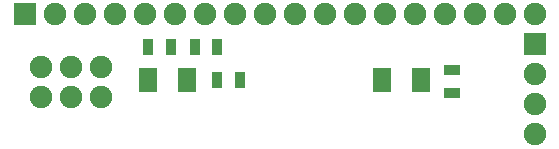
<source format=gbs>
G04 (created by PCBNEW (2013-07-07 BZR 4022)-stable) date 2/6/2016 8:58:51 PM*
%MOIN*%
G04 Gerber Fmt 3.4, Leading zero omitted, Abs format*
%FSLAX34Y34*%
G01*
G70*
G90*
G04 APERTURE LIST*
%ADD10C,0.00590551*%
%ADD11R,0.035X0.055*%
%ADD12R,0.055X0.035*%
%ADD13R,0.06X0.08*%
%ADD14C,0.075*%
%ADD15R,0.075X0.075*%
G04 APERTURE END LIST*
G54D10*
G54D11*
X-2375Y-1100D03*
X-1625Y-1100D03*
X-825Y-1100D03*
X-75Y-1100D03*
X-75Y-2200D03*
X675Y-2200D03*
G54D12*
X7750Y-1875D03*
X7750Y-2625D03*
G54D13*
X6700Y-2200D03*
X5400Y-2200D03*
X-1100Y-2200D03*
X-2400Y-2200D03*
G54D14*
X-5950Y-2750D03*
X-4950Y-2750D03*
X-3950Y-2750D03*
G54D15*
X10500Y-1000D03*
G54D14*
X10500Y-2000D03*
X10500Y-3000D03*
X10500Y-4000D03*
G54D15*
X-6500Y0D03*
G54D14*
X-5500Y0D03*
X-4500Y0D03*
X-3500Y0D03*
X-2500Y0D03*
X-1500Y0D03*
X-500Y0D03*
X500Y0D03*
X1500Y0D03*
X2500Y0D03*
X3500Y0D03*
X4500Y0D03*
X5500Y0D03*
X6500Y0D03*
X7500Y0D03*
X8500Y0D03*
X9500Y0D03*
X10500Y0D03*
X-5950Y-1750D03*
X-4950Y-1750D03*
X-3950Y-1750D03*
M02*

</source>
